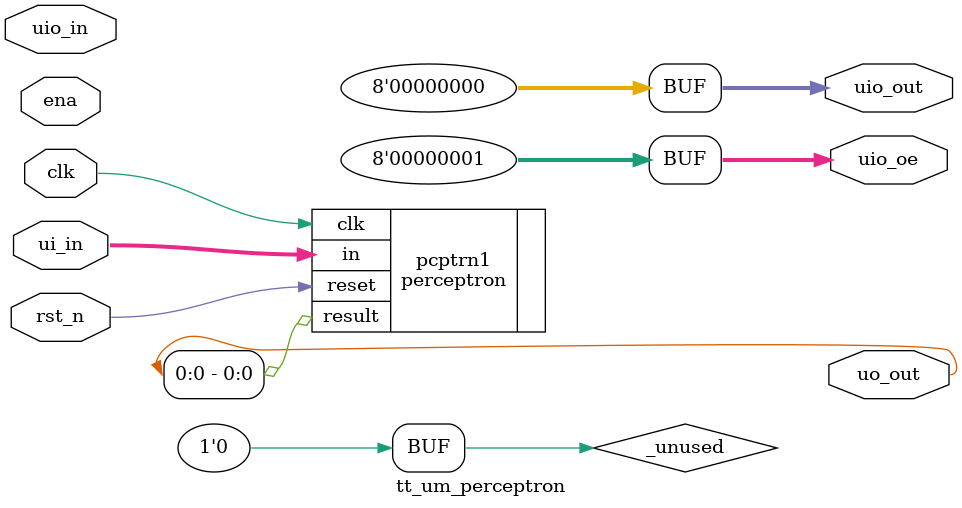
<source format=v>
/*
 * Copyright (c) 2024 Your Name
 * SPDX-License-Identifier: Apache-2.0
 */

`default_nettype none

module tt_um_perceptron (
    input  wire [7:0] ui_in,    // Dedicated inputs
    output wire [7:0] uo_out,   // Dedicated outputs
    input  wire [7:0] uio_in,   // IOs: Input path
    output wire [7:0] uio_out,  // IOs: Output path
    output wire [7:0] uio_oe,   // IOs: Enable path (active high: 0=input, 1=output)
    input  wire       ena,      // always 1 when the design is powered, so you can ignore it
    input  wire       clk,      // clock
    input  wire       rst_n     // reset_n - low to reset
);

  // All output pins must be assigned. If not used, assign to 0.
  assign uio_out = 0;
  assign uio_oe  = 1;

  // List all unused inputs to prevent warnings
  wire _unused = &{ena, uio_in, 1'b0};

  // instantiate perceptron network
  perceptron pcptrn1 (.in(ui_in), .result(uo_out[0]), .clk(clk), .reset(rst_n));

endmodule

</source>
